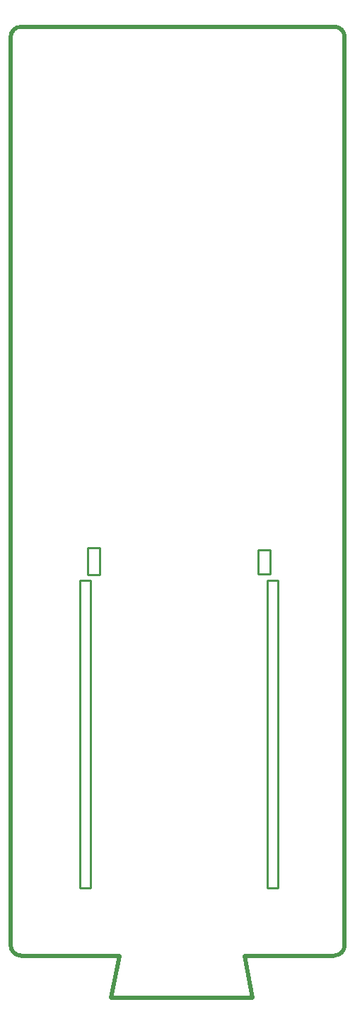
<source format=gm1>
G04*
G04 #@! TF.GenerationSoftware,Altium Limited,Altium Designer,21.9.2 (33)*
G04*
G04 Layer_Color=16711935*
%FSLAX25Y25*%
%MOIN*%
G70*
G04*
G04 #@! TF.SameCoordinates,39B9B14E-A64B-4F8B-B52F-0CE4EF318544*
G04*
G04*
G04 #@! TF.FilePolarity,Positive*
G04*
G01*
G75*
%ADD16C,0.01000*%
%ADD17C,0.02000*%
%ADD104C,0.01968*%
D16*
X413654Y313252D02*
Y324803D01*
X408099D02*
X413654D01*
X327758Y325787D02*
X333466D01*
X327758Y313187D02*
Y325787D01*
X333466Y313187D02*
Y325787D01*
X412466Y165616D02*
X417415D01*
Y310341D01*
X327758Y313187D02*
X333466D01*
X408099Y313252D02*
X413654D01*
X408099D02*
Y324803D01*
X412466Y165616D02*
Y310367D01*
X417389D01*
X324122D02*
X324122Y165616D01*
X329070D01*
X329070Y310367D02*
X329070Y165616D01*
X324122Y310367D02*
X329070D01*
X417389D02*
X417415Y310341D01*
D17*
X448819Y565866D02*
G03*
X443819Y570866I-5000J0D01*
G01*
X296339D02*
G03*
X291339Y565866I0J-5000D01*
G01*
X448819Y565945D02*
X448819Y145669D01*
X291339Y565945D02*
X291339Y138858D01*
X296339Y570866D02*
X318898D01*
X443819D01*
D104*
Y133858D02*
G03*
X448819Y138858I0J5000D01*
G01*
X291339D02*
G03*
X296339Y133858I5000J0D01*
G01*
X448819Y138858D02*
Y145669D01*
X417323Y133858D02*
X443819D01*
X296339D02*
X326772D01*
X338583Y114173D02*
X405512D01*
X401575Y133858D02*
X405512Y114173D01*
X401575Y133858D02*
X417323D01*
X338583Y114173D02*
X342520Y133858D01*
X338583D02*
X342520D01*
X326772D02*
X338583D01*
M02*

</source>
